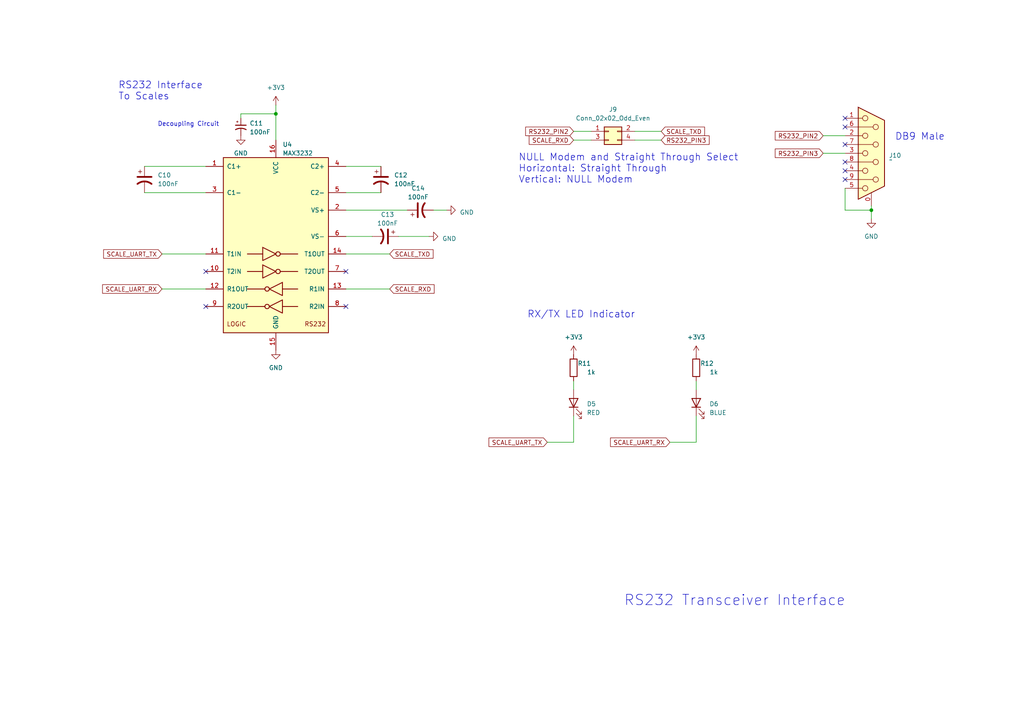
<source format=kicad_sch>
(kicad_sch (version 20231120) (generator "eeschema") (generator_version "8.0")
  (paper "A4")
  (lib_symbols
    (symbol "Connector:DE9_Receptacle_MountingHoles" (pin_names (offset 1.016) hide)
      (property "Reference" "J" (at 0 16.51 0))
      (property "Value" "DE9_Receptacle_MountingHoles" (at 0 14.605 0))
      (symbol "DE9_Receptacle_MountingHoles_0_1"
        (circle (center -1.778 -10.16) (radius 0.762))
        (circle (center -1.778 -5.08) (radius 0.762))
        (circle (center -1.778 0) (radius 0.762))
        (circle (center -1.778 5.08) (radius 0.762))
        (circle (center -1.778 10.16) (radius 0.762))
        (polyline (pts (xy -3.81 -10.16) (xy -2.54 -10.16)))
        (polyline (pts (xy -3.81 -7.62) (xy 0.508 -7.62)))
        (polyline (pts (xy -3.81 -5.08) (xy -2.54 -5.08)))
        (polyline (pts (xy -3.81 -2.54) (xy 0.508 -2.54)))
        (polyline (pts (xy -3.81 0) (xy -2.54 0)))
        (polyline (pts (xy -3.81 2.54) (xy 0.508 2.54)))
        (polyline (pts (xy -3.81 5.08) (xy -2.54 5.08)))
        (polyline (pts (xy -3.81 7.62) (xy 0.508 7.62)))
        (polyline (pts (xy -3.81 10.16) (xy -2.54 10.16)))
        (polyline (pts (xy -3.81 13.335) (xy -3.81 -13.335) (xy 3.81 -9.525) (xy 3.81 9.525) (xy -3.81 13.335)) (stroke (width 0.254)) (fill (type background)))
        (circle (center 1.27 -7.62) (radius 0.762))
        (circle (center 1.27 -2.54) (radius 0.762))
        (circle (center 1.27 2.54) (radius 0.762))
        (circle (center 1.27 7.62) (radius 0.762))
      )
      (symbol "DE9_Receptacle_MountingHoles_1_1"
        (pin passive line (at 0 -15.24 90) (length 3.81) (name "PAD") (number "0"))
        (pin passive line (at -7.62 10.16 0) (length 3.81) (name "1") (number "1"))
        (pin passive line (at -7.62 5.08 0) (length 3.81) (name "2") (number "2"))
        (pin passive line (at -7.62 0 0) (length 3.81) (name "3") (number "3"))
        (pin passive line (at -7.62 -5.08 0) (length 3.81) (name "4") (number "4"))
        (pin passive line (at -7.62 -10.16 0) (length 3.81) (name "5") (number "5"))
        (pin passive line (at -7.62 7.62 0) (length 3.81) (name "6") (number "6"))
        (pin passive line (at -7.62 2.54 0) (length 3.81) (name "7") (number "7"))
        (pin passive line (at -7.62 -2.54 0) (length 3.81) (name "8") (number "8"))
        (pin passive line (at -7.62 -7.62 0) (length 3.81) (name "9") (number "9"))
      )
    )
    (symbol "Connector_Generic:Conn_02x02_Odd_Even" (pin_names (offset 1.016) hide)
      (property "Reference" "J" (at 1.27 2.54 0))
      (property "Value" "Conn_02x02_Odd_Even" (at 1.27 -5.08 0))
      (symbol "Conn_02x02_Odd_Even_1_1"
        (rectangle (start -1.27 -2.413) (end 0 -2.667) (stroke (width 0.1524)))
        (rectangle (start -1.27 0.127) (end 0 -0.127) (stroke (width 0.1524)))
        (rectangle (start -1.27 1.27) (end 3.81 -3.81) (stroke (width 0.254)) (fill (type background)))
        (rectangle (start 3.81 -2.413) (end 2.54 -2.667) (stroke (width 0.1524)))
        (rectangle (start 3.81 0.127) (end 2.54 -0.127) (stroke (width 0.1524)))
        (pin passive line (at -5.08 0 0) (length 3.81) (name "Pin_1") (number "1"))
        (pin passive line (at 7.62 0 180) (length 3.81) (name "Pin_2") (number "2"))
        (pin passive line (at -5.08 -2.54 0) (length 3.81) (name "Pin_3") (number "3"))
        (pin passive line (at 7.62 -2.54 180) (length 3.81) (name "Pin_4") (number "4"))
      )
    )
    (symbol "Device:C_Polarized_Small_US" (pin_numbers hide) (pin_names (offset 0.254) hide)
      (property "Reference" "C" (at 0.254 1.778 0))
      (property "Value" "C_Polarized_Small_US" (at 0.254 -2.032 0))
      (symbol "C_Polarized_Small_US_0_1"
        (polyline (pts (xy -1.524 0.508) (xy 1.524 0.508)) (stroke (width 0.3048)))
        (polyline (pts (xy -1.27 1.524) (xy -0.762 1.524)))
        (polyline (pts (xy -1.016 1.27) (xy -1.016 1.778)))
        (arc (start 1.524 -0.762) (mid 0 -0.3734) (end -1.524 -0.762) (stroke (width 0.3048)))
      )
      (symbol "C_Polarized_Small_US_1_1"
        (pin passive line (at 0 2.54 270) (length 2.032) (name "~") (number "1"))
        (pin passive line (at 0 -2.54 90) (length 2.032) (name "~") (number "2"))
      )
    )
    (symbol "Device:C_Polarized_US" (pin_numbers hide) (pin_names (offset 0.254) hide)
      (property "Reference" "C" (at 0.635 2.54 0))
      (property "Value" "C_Polarized_US" (at 0.635 -2.54 0))
      (symbol "C_Polarized_US_0_1"
        (polyline (pts (xy -2.032 0.762) (xy 2.032 0.762)) (stroke (width 0.508)))
        (polyline (pts (xy -1.778 2.286) (xy -0.762 2.286)))
        (polyline (pts (xy -1.27 1.778) (xy -1.27 2.794)))
        (arc (start 2.032 -1.27) (mid 0 -0.5572) (end -2.032 -1.27) (stroke (width 0.508)))
      )
      (symbol "C_Polarized_US_1_1"
        (pin passive line (at 0 3.81 270) (length 2.794) (name "~") (number "1"))
        (pin passive line (at 0 -3.81 90) (length 3.302) (name "~") (number "2"))
      )
    )
    (symbol "Device:LED" (pin_numbers hide) (pin_names (offset 1.016) hide)
      (property "Reference" "D" (at 0 2.54 0))
      (property "Value" "LED" (at 0 -2.54 0))
      (symbol "LED_0_1"
        (polyline (pts (xy -1.27 -1.27) (xy -1.27 1.27)) (stroke (width 0.254)))
        (polyline (pts (xy -1.27 0) (xy 1.27 0)))
        (polyline (pts (xy 1.27 -1.27) (xy 1.27 1.27) (xy -1.27 0) (xy 1.27 -1.27)) (stroke (width 0.254)))
        (polyline (pts (xy -3.048 -0.762) (xy -4.572 -2.286) (xy -3.81 -2.286) (xy -4.572 -2.286) (xy -4.572 -1.524)))
        (polyline (pts (xy -1.778 -0.762) (xy -3.302 -2.286) (xy -2.54 -2.286) (xy -3.302 -2.286) (xy -3.302 -1.524)))
      )
      (symbol "LED_1_1"
        (pin passive line (at -3.81 0 0) (length 2.54) (name "K") (number "1"))
        (pin passive line (at 3.81 0 180) (length 2.54) (name "A") (number "2"))
      )
    )
    (symbol "Device:R" (pin_numbers hide) (pin_names (offset 0))
      (property "Reference" "R" (at 2.032 0 90))
      (property "Value" "R" (at 0 0 90))
      (symbol "R_0_1"
        (rectangle (start -1.016 -2.54) (end 1.016 2.54) (stroke (width 0.254)))
      )
      (symbol "R_1_1"
        (pin passive line (at 0 3.81 270) (length 1.27) (name "~") (number "1"))
        (pin passive line (at 0 -3.81 90) (length 1.27) (name "~") (number "2"))
      )
    )
    (symbol "Interface_UART:MAX3232" (pin_names (offset 1.016))
      (property "Reference" "U" (at -2.54 28.575 0))
      (property "Value" "MAX3232" (at -2.54 26.67 0))
      (symbol "MAX3232_0_0"
        (text "LOGIC" (at -11.43 -22.86 0) (effects (font (size 1.27 1.27))))
        (text "RS232" (at 11.43 -22.86 0) (effects (font (size 1.27 1.27))))
      )
      (symbol "MAX3232_0_1"
        (rectangle (start -15.24 -25.4) (end 15.24 25.4) (stroke (width 0.254)) (fill (type background)))
        (circle (center -2.54 -17.78) (radius 0.635) (stroke (width 0.254)))
        (circle (center -2.54 -12.7) (radius 0.635) (stroke (width 0.254)))
        (polyline (pts (xy -3.81 -7.62) (xy -8.255 -7.62)) (stroke (width 0.254)))
        (polyline (pts (xy -3.81 -2.54) (xy -8.255 -2.54)) (stroke (width 0.254)))
        (polyline (pts (xy -3.175 -17.78) (xy -8.255 -17.78)) (stroke (width 0.254)))
        (polyline (pts (xy -3.175 -12.7) (xy -8.255 -12.7)) (stroke (width 0.254)))
        (polyline (pts (xy 1.27 -7.62) (xy 6.35 -7.62)) (stroke (width 0.254)))
        (polyline (pts (xy 1.27 -2.54) (xy 6.35 -2.54)) (stroke (width 0.254)))
        (polyline (pts (xy 1.905 -17.78) (xy 6.35 -17.78)) (stroke (width 0.254)))
        (polyline (pts (xy 1.905 -12.7) (xy 6.35 -12.7)) (stroke (width 0.254)))
        (polyline (pts (xy -3.81 -5.715) (xy -3.81 -9.525) (xy 0 -7.62) (xy -3.81 -5.715)) (stroke (width 0.254)))
        (polyline (pts (xy -3.81 -0.635) (xy -3.81 -4.445) (xy 0 -2.54) (xy -3.81 -0.635)) (stroke (width 0.254)))
        (polyline (pts (xy 1.905 -15.875) (xy 1.905 -19.685) (xy -1.905 -17.78) (xy 1.905 -15.875)) (stroke (width 0.254)))
        (polyline (pts (xy 1.905 -10.795) (xy 1.905 -14.605) (xy -1.905 -12.7) (xy 1.905 -10.795)) (stroke (width 0.254)))
        (circle (center 0.635 -7.62) (radius 0.635) (stroke (width 0.254)))
        (circle (center 0.635 -2.54) (radius 0.635) (stroke (width 0.254)))
      )
      (symbol "MAX3232_1_1"
        (pin passive line (at -20.32 22.86 0) (length 5.08) (name "C1+") (number "1"))
        (pin input line (at -20.32 -7.62 0) (length 5.08) (name "T2IN") (number "10"))
        (pin input line (at -20.32 -2.54 0) (length 5.08) (name "T1IN") (number "11"))
        (pin output line (at -20.32 -12.7 0) (length 5.08) (name "R1OUT") (number "12"))
        (pin input line (at 20.32 -12.7 180) (length 5.08) (name "R1IN") (number "13"))
        (pin output line (at 20.32 -2.54 180) (length 5.08) (name "T1OUT") (number "14"))
        (pin power_in line (at 0 -30.48 90) (length 5.08) (name "GND") (number "15"))
        (pin power_in line (at 0 30.48 270) (length 5.08) (name "VCC") (number "16"))
        (pin power_out line (at 20.32 10.16 180) (length 5.08) (name "VS+") (number "2"))
        (pin passive line (at -20.32 15.24 0) (length 5.08) (name "C1-") (number "3"))
        (pin passive line (at 20.32 22.86 180) (length 5.08) (name "C2+") (number "4"))
        (pin passive line (at 20.32 15.24 180) (length 5.08) (name "C2-") (number "5"))
        (pin power_out line (at 20.32 2.54 180) (length 5.08) (name "VS-") (number "6"))
        (pin output line (at 20.32 -7.62 180) (length 5.08) (name "T2OUT") (number "7"))
        (pin input line (at 20.32 -17.78 180) (length 5.08) (name "R2IN") (number "8"))
        (pin output line (at -20.32 -17.78 0) (length 5.08) (name "R2OUT") (number "9"))
      )
    )
    (symbol "power:+3V3" (power) (pin_numbers hide) (pin_names (offset 0) hide)
      (property "Value" "+3V3" (at 0 3.556 0))
      (symbol "+3V3_0_1"
        (polyline (pts (xy -0.762 1.27) (xy 0 2.54)))
        (polyline (pts (xy 0 0) (xy 0 2.54)))
        (polyline (pts (xy 0 2.54) (xy 0.762 1.27)))
      )
      (symbol "+3V3_1_1"
        (pin power_in line (at 0 0 90) (length 0) (name "~") (number "1"))
      )
    )
    (symbol "power:GND" (power) (pin_names (offset 0))
      (property "Value" "GND" (at 0 -3.81 0))
      (symbol "GND_0_1"
        (polyline (pts (xy 0 0) (xy 0 -1.27) (xy 1.27 -1.27) (xy 0 -2.54) (xy -1.27 -1.27) (xy 0 -1.27)))
      )
      (symbol "GND_1_1"
        (pin power_in line (at 0 0 270) (length 0) hide (name "GND") (number "1"))
      )
    )
  )
  (junction (at 252.73 60.96))
  (junction (at 80.01 33.02))
  (no_connect (at 245.11 34.29))
  (no_connect (at 245.11 36.83))
  (no_connect (at 245.11 52.07))
  (no_connect (at 245.11 46.99))
  (no_connect (at 245.11 49.53))
  (no_connect (at 100.33 88.9))
  (no_connect (at 59.69 88.9))
  (no_connect (at 59.69 78.74))
  (no_connect (at 245.11 41.91))
  (no_connect (at 100.33 78.74))
  (wire (pts (xy 166.37 38.1) (xy 171.45 38.1)))
  (wire (pts (xy 252.73 63.5) (xy 252.73 60.96)))
  (wire (pts (xy 184.15 40.64) (xy 191.77 40.64)))
  (wire (pts (xy 100.33 55.88) (xy 110.49 55.88)))
  (wire (pts (xy 80.01 33.02) (xy 80.01 40.64)))
  (wire (pts (xy 166.37 113.03) (xy 166.37 110.49)))
  (wire (pts (xy 46.99 73.66) (xy 59.69 73.66)))
  (wire (pts (xy 125.73 60.96) (xy 129.54 60.96)))
  (wire (pts (xy 201.93 120.65) (xy 201.93 128.27)))
  (wire (pts (xy 245.11 60.96) (xy 252.73 60.96)))
  (wire (pts (xy 100.33 60.96) (xy 118.11 60.96)))
  (wire (pts (xy 46.99 83.82) (xy 59.69 83.82)))
  (wire (pts (xy 69.85 34.29) (xy 69.85 33.02)))
  (wire (pts (xy 100.33 73.66) (xy 113.03 73.66)))
  (wire (pts (xy 100.33 68.58) (xy 107.95 68.58)))
  (wire (pts (xy 166.37 128.27) (xy 158.75 128.27)))
  (wire (pts (xy 201.93 128.27) (xy 194.31 128.27)))
  (wire (pts (xy 41.91 55.88) (xy 59.69 55.88)))
  (wire (pts (xy 191.77 38.1) (xy 184.15 38.1)))
  (wire (pts (xy 238.76 44.45) (xy 245.11 44.45)))
  (wire (pts (xy 100.33 48.26) (xy 110.49 48.26)))
  (wire (pts (xy 80.01 30.48) (xy 80.01 33.02)))
  (wire (pts (xy 115.57 68.58) (xy 124.46 68.58)))
  (wire (pts (xy 252.73 60.96) (xy 252.73 59.69)))
  (wire (pts (xy 166.37 120.65) (xy 166.37 128.27)))
  (wire (pts (xy 41.91 48.26) (xy 59.69 48.26)))
  (wire (pts (xy 245.11 54.61) (xy 245.11 60.96)))
  (wire (pts (xy 100.33 83.82) (xy 113.03 83.82)))
  (wire (pts (xy 166.37 40.64) (xy 171.45 40.64)))
  (wire (pts (xy 201.93 113.03) (xy 201.93 110.49)))
  (wire (pts (xy 69.85 33.02) (xy 80.01 33.02)))
  (wire (pts (xy 238.76 39.37) (xy 245.11 39.37)))
  (text "RS232 Interface\nTo Scales" (at 34.29 29.21 0) (effects (font (size 2 2)) (justify left bottom)))
  (text "RX/TX LED Indicator" (at 152.908 92.456 0) (effects (font (size 2 2)) (justify left bottom)))
  (text "DB9 Male" (at 259.588 40.894 0) (effects (font (size 2 2)) (justify left bottom)))
  (text "Decoupling Circuit" (at 45.72 36.83 0) (effects (font (size 1.27 1.27)) (justify left bottom)))
  (text "NULL Modem and Straight Through Select\nHorizontal: Straight Through\nVertical: NULL Modem" (at 150.368 53.34 0) (effects (font (size 2 2)) (justify left bottom)))
  (text "RS232 Transceiver Interface" (at 213.106 174.244 0) (effects (font (size 3 3))))
  (global_label "SCALE_RXD" (shape input) (at 166.37 40.64 180) (property "Intersheetrefs" "${INTERSHEET_REFS}" (effects (hide yes))))
  (global_label "SCALE_TXD" (shape input) (at 191.77 38.1 0) (property "Intersheetrefs" "${INTERSHEET_REFS}" (effects (hide yes))))
  (global_label "SCALE_TXD" (shape input) (at 113.03 73.66 0) (property "Intersheetrefs" "${INTERSHEET_REFS}" (effects (hide yes))))
  (global_label "SCALE_UART_RX" (shape input) (at 46.99 83.82 180) (property "Intersheetrefs" "${INTERSHEET_REFS}" (effects (hide yes))))
  (global_label "RS232_PIN2" (shape input) (at 238.76 39.37 180) (property "Intersheetrefs" "${INTERSHEET_REFS}" (effects (hide yes))))
  (global_label "RS232_PIN3" (shape input) (at 238.76 44.45 180) (property "Intersheetrefs" "${INTERSHEET_REFS}" (effects (hide yes))))
  (global_label "RS232_PIN2" (shape input) (at 166.37 38.1 180) (property "Intersheetrefs" "${INTERSHEET_REFS}" (effects (hide yes))))
  (global_label "SCALE_RXD" (shape input) (at 113.03 83.82 0) (property "Intersheetrefs" "${INTERSHEET_REFS}" (effects (hide yes))))
  (global_label "SCALE_UART_TX" (shape input) (at 158.75 128.27 180) (property "Intersheetrefs" "${INTERSHEET_REFS}" (effects (hide yes))))
  (global_label "SCALE_UART_TX" (shape input) (at 46.99 73.66 180) (property "Intersheetrefs" "${INTERSHEET_REFS}" (effects (hide yes))))
  (global_label "SCALE_UART_RX" (shape input) (at 194.31 128.27 180) (property "Intersheetrefs" "${INTERSHEET_REFS}" (effects (hide yes))))
  (global_label "RS232_PIN3" (shape input) (at 191.77 40.64 0) (property "Intersheetrefs" "${INTERSHEET_REFS}" (effects (hide yes))))
  (symbol (lib_id "power:GND") (at 124.46 68.58 90) (unit 1)
    (property "Reference" "#PWR061" (effects (hide yes)))
    (property "Value" "GND" (at 128.27 69.215 90) (effects (justify right)))
  )
  (symbol (lib_id "Device:C_Polarized_US") (at 41.91 52.07 0) (unit 1)
    (property "Reference" "C10" (at 45.72 50.8 0) (effects (justify left)))
    (property "Value" "100nF" (at 45.72 53.34 0) (effects (justify left)))
    (property "Footprint" "Capacitor_SMD:C_0805_2012Metric_Pad1.18x1.45mm_HandSolder" (effects (hide yes)))
    (property "LCSC Part #" "C49678" (effects (hide yes)))
  )
  (symbol (lib_id "power:+3V3") (at 80.01 30.48 0) (unit 1)
    (property "Reference" "#PWR059" (effects (hide yes)))
    (property "Value" "+3V3" (at 80.01 25.4 0))
    (property "Description" "Power symbol creates a global label with name \"+3V3\"" (effects (hide yes)))
  )
  (symbol (lib_id "Interface_UART:MAX3232") (at 80.01 71.12 0) (unit 1)
    (property "Reference" "U4" (at 81.9659 41.91 0) (effects (justify left)))
    (property "Value" "MAX3232" (at 81.9659 44.45 0) (effects (justify left)))
    (property "Footprint" "Package_SO:SOIC-16_3.9x9.9mm_P1.27mm" (effects (hide yes)))
    (property "Datasheet" "https://datasheets.maximintegrated.com/en/ds/MAX3222-MAX3241.pdf" (effects (hide yes)))
    (property "LCSC Part #" "C18261" (effects (hide yes)))
  )
  (symbol (lib_id "Device:R") (at 201.93 106.68 180) (unit 1)
    (property "Reference" "R12" (at 207.01 105.41 0) (effects (justify left)))
    (property "Value" "1k" (at 208.28 107.95 0) (effects (justify left)))
    (property "Footprint" "Resistor_SMD:R_0805_2012Metric_Pad1.20x1.40mm_HandSolder" (effects (hide yes)))
    (property "LCSC Part #" "C17513" (effects (hide yes)))
  )
  (symbol (lib_id "power:GND") (at 80.01 101.6 0) (unit 1)
    (property "Reference" "#PWR060" (effects (hide yes)))
    (property "Value" "GND" (at 80.01 106.68 0))
  )
  (symbol (lib_id "Connector:DE9_Receptacle_MountingHoles") (at 252.73 44.45 0) (unit 1)
    (property "Reference" "J10" (at 257.81 45.085 0) (effects (justify left)))
    (property "Value" "~" (at 257.81 46.355 0) (effects (justify left)))
    (property "Footprint" "Connector_Dsub:DSUB-9_Male_Horizontal_P2.77x2.84mm_EdgePinOffset7.70mm_Housed_MountingHolesOffset9.12mm" (effects (hide yes)))
    (property "LCSC Part #" "C426221" (effects (hide yes)))
    (property "LCSC Part # (backup)" "C141880" (effects (hide yes)))
  )
  (symbol (lib_id "Device:C_Polarized_US") (at 110.49 52.07 0) (unit 1)
    (property "Reference" "C12" (at 114.3 50.8 0) (effects (justify left)))
    (property "Value" "100nF" (at 114.3 53.34 0) (effects (justify left)))
    (property "Footprint" "Capacitor_SMD:C_0805_2012Metric_Pad1.18x1.45mm_HandSolder" (effects (hide yes)))
    (property "LCSC Part #" "C49678" (effects (hide yes)))
  )
  (symbol (lib_id "power:+3V3") (at 166.37 102.87 0) (unit 1)
    (property "Reference" "#PWR063" (effects (hide yes)))
    (property "Value" "+3V3" (at 166.37 97.79 0))
    (property "Description" "Power symbol creates a global label with name \"+3V3\"" (effects (hide yes)))
  )
  (symbol (lib_id "power:GND") (at 252.73 63.5 0) (unit 1)
    (property "Reference" "#PWR065" (effects (hide yes)))
    (property "Value" "GND" (at 252.73 68.58 0))
  )
  (symbol (lib_id "Device:C_Polarized_Small_US") (at 69.85 36.83 0) (unit 1)
    (property "Reference" "C11" (at 72.39 35.7632 0) (effects (justify left)))
    (property "Value" "100nF" (at 72.39 38.3032 0) (effects (justify left)))
    (property "Footprint" "Capacitor_SMD:C_0805_2012Metric_Pad1.18x1.45mm_HandSolder" (effects (hide yes)))
    (property "LCSC Part #" "C49678" (effects (hide yes)))
  )
  (symbol (lib_id "Device:LED") (at 201.93 116.84 90) (unit 1)
    (property "Reference" "D6" (at 205.74 117.1574 90) (effects (justify right)))
    (property "Value" "BLUE" (at 205.74 119.6974 90) (effects (justify right)))
    (property "Footprint" "Diode_SMD:D_0805_2012Metric_Pad1.15x1.40mm_HandSolder" (effects (hide yes)))
    (property "LCSC Part #" "C965817" (effects (hide yes)))
  )
  (symbol (lib_id "Device:C_Polarized_US") (at 121.92 60.96 90) (unit 1)
    (property "Reference" "C14" (at 121.285 54.61 90))
    (property "Value" "100nF" (at 121.285 57.15 90))
    (property "Footprint" "Capacitor_SMD:C_0805_2012Metric_Pad1.18x1.45mm_HandSolder" (effects (hide yes)))
    (property "LCSC Part #" "C49678" (effects (hide yes)))
  )
  (symbol (lib_id "power:GND") (at 69.85 39.37 0) (unit 1)
    (property "Reference" "#PWR058" (effects (hide yes)))
    (property "Value" "GND" (at 69.85 44.45 0))
  )
  (symbol (lib_id "Device:R") (at 166.37 106.68 180) (unit 1)
    (property "Reference" "R11" (at 171.45 105.41 0) (effects (justify left)))
    (property "Value" "1k" (at 172.72 107.95 0) (effects (justify left)))
    (property "Footprint" "Resistor_SMD:R_0805_2012Metric_Pad1.20x1.40mm_HandSolder" (effects (hide yes)))
    (property "LCSC Part #" "C17513" (effects (hide yes)))
  )
  (symbol (lib_id "power:GND") (at 129.54 60.96 90) (unit 1)
    (property "Reference" "#PWR062" (effects (hide yes)))
    (property "Value" "GND" (at 133.35 61.595 90) (effects (justify right)))
  )
  (symbol (lib_id "Connector_Generic:Conn_02x02_Odd_Even") (at 176.53 38.1 0) (unit 1)
    (property "Reference" "J9" (at 177.8 31.75 0))
    (property "Value" "Conn_02x02_Odd_Even" (at 177.8 34.29 0))
    (property "Footprint" "Connector_PinHeader_2.00mm:PinHeader_2x02_P2.00mm_Vertical" (effects (hide yes)))
    (property "Description" "Generic connector, double row, 02x02, odd/even pin numbering scheme (row 1 odd numbers, row 2 even numbers), script generated (kicad-library-utils/schlib/autogen/connector/)" (effects (hide yes)))
    (property "LCSC Part #" "C2935957" (effects (hide yes)))
    (property "LCSC Part # (backup)" "C2905988" (effects (hide yes)))
  )
  (symbol (lib_id "Device:LED") (at 166.37 116.84 90) (unit 1)
    (property "Reference" "D5" (at 170.18 117.1574 90) (effects (justify right)))
    (property "Value" "RED" (at 170.18 119.6974 90) (effects (justify right)))
    (property "Footprint" "Diode_SMD:D_0805_2012Metric_Pad1.15x1.40mm_HandSolder" (effects (hide yes)))
    (property "LCSC Part #" "C84256" (effects (hide yes)))
  )
  (symbol (lib_id "power:+3V3") (at 201.93 102.87 0) (unit 1)
    (property "Reference" "#PWR064" (effects (hide yes)))
    (property "Value" "+3V3" (at 201.93 97.79 0))
    (property "Description" "Power symbol creates a global label with name \"+3V3\"" (effects (hide yes)))
  )
  (symbol (lib_id "Device:C_Polarized_US") (at 111.76 68.58 270) (unit 1)
    (property "Reference" "C13" (at 112.395 62.23 90))
    (property "Value" "100nF" (at 112.395 64.77 90))
    (property "Footprint" "Capacitor_SMD:C_0805_2012Metric_Pad1.18x1.45mm_HandSolder" (effects (hide yes)))
    (property "LCSC Part #" "C49678" (effects (hide yes)))
  )
)
</source>
